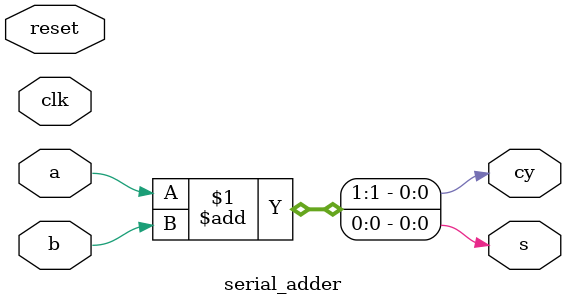
<source format=v>
module serial_adder(a,b,reset,clk,s,cy);
input a,b,clk,reset;
output s,cy;
parameter s0=0,s1=1;
reg [0:1] ps,ns;
assign {cy,s}=a+b;

always @(posedge clk or posedge reset)
if(reset)
ps<=s0;
else
ps<=s1;

always @(ns,s,cy)
case(ps)
s0:begin
if (s<= 0 & cy<=0)
ns<=s0;
else if (s<=1 & cy<=0)
ns<=s0;
else if (s<=0 & cy<=1)
ns<=s1;
else
ns<=s0;
end

s1:begin
if (s<= 0 & cy<=1)
ns<=s1;
else if (s<=1 & cy<=1)
ns<=s1;
else if (s<=1 & cy<=0)
ns<=s0;
else
ns<=s1;
end 
endcase
endmodule
 



</source>
